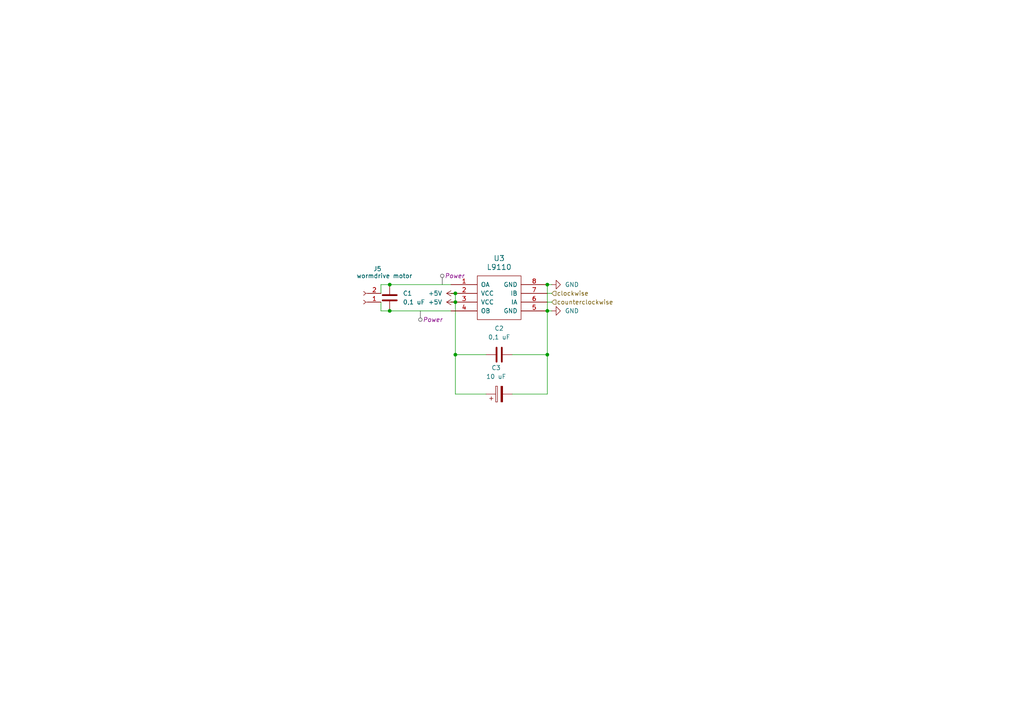
<source format=kicad_sch>
(kicad_sch (version 20231120) (generator "eeschema") (generator_version "8.0")
  (paper "A4")
  (lib_symbols
    (symbol "Connector:Conn_01x02_Socket" (pin_names (offset 1.016) hide)
      (property "Reference" "J" (at 0 2.54 0))
      (property "Value" "Conn_01x02_Socket" (at 0 -5.08 0))
      (symbol "Conn_01x02_Socket_1_1"
        (arc (start 0 -2.032) (mid -0.5058 -2.54) (end 0 -3.048) (stroke (width 0.1524)))
        (polyline (pts (xy -1.27 -2.54) (xy -0.508 -2.54)) (stroke (width 0.1524)))
        (polyline (pts (xy -1.27 0) (xy -0.508 0)) (stroke (width 0.1524)))
        (arc (start 0 0.508) (mid -0.5058 0) (end 0 -0.508) (stroke (width 0.1524)))
        (pin passive line (at -5.08 0 0) (length 3.81) (name "Pin_1") (number "1"))
        (pin passive line (at -5.08 -2.54 0) (length 3.81) (name "Pin_2") (number "2"))
      )
    )
    (symbol "Device:C" (pin_numbers hide) (pin_names (offset 0.254))
      (property "Reference" "C" (at 0.635 2.54 0))
      (property "Value" "C" (at 0.635 -2.54 0))
      (symbol "C_0_1"
        (polyline (pts (xy -2.032 -0.762) (xy 2.032 -0.762)) (stroke (width 0.508)))
        (polyline (pts (xy -2.032 0.762) (xy 2.032 0.762)) (stroke (width 0.508)))
      )
      (symbol "C_1_1"
        (pin passive line (at 0 3.81 270) (length 2.794) (name "~") (number "1"))
        (pin passive line (at 0 -3.81 90) (length 2.794) (name "~") (number "2"))
      )
    )
    (symbol "Device:C_Polarized" (pin_numbers hide) (pin_names (offset 0.254))
      (property "Reference" "C" (at 0.635 2.54 0))
      (property "Value" "C_Polarized" (at 0.635 -2.54 0))
      (symbol "C_Polarized_0_1"
        (rectangle (start -2.286 0.508) (end 2.286 1.016))
        (polyline (pts (xy -1.778 2.286) (xy -0.762 2.286)))
        (polyline (pts (xy -1.27 2.794) (xy -1.27 1.778)))
        (rectangle (start 2.286 -0.508) (end -2.286 -1.016) (fill (type outline)))
      )
      (symbol "C_Polarized_1_1"
        (pin passive line (at 0 3.81 270) (length 2.794) (name "~") (number "1"))
        (pin passive line (at 0 -3.81 90) (length 2.794) (name "~") (number "2"))
      )
    )
    (symbol "L9110:L9110" (pin_names (offset 1.016))
      (property "Reference" "U" (at 0 7.62 0))
      (property "Value" "L9110" (at 0 -7.62 0))
      (symbol "L9110_0_1"
        (rectangle (start 6.35 -6.35) (end -6.35 6.35))
      )
      (symbol "L9110_1_1"
        (pin output line (at -13.97 3.81 0) (length 7.62) (name "OA") (number "1"))
        (pin power_in line (at -13.97 1.27 0) (length 7.62) (name "VCC") (number "2"))
        (pin power_in line (at -13.97 -1.27 0) (length 7.62) (name "VCC") (number "3"))
        (pin output line (at -13.97 -3.81 0) (length 7.62) (name "OB") (number "4"))
        (pin power_in line (at 13.97 -3.81 180) (length 7.62) (name "GND") (number "5"))
        (pin input line (at 13.97 -1.27 180) (length 7.62) (name "IA") (number "6"))
        (pin input line (at 13.97 1.27 180) (length 7.62) (name "IB") (number "7"))
        (pin power_in line (at 13.97 3.81 180) (length 7.62) (name "GND") (number "8"))
      )
      (symbol "L9110_1_2"
        (pin output line (at -19.05 12.7 0) (length 7.62) (name "OA") (number "1"))
        (pin output line (at -19.05 5.08 0) (length 7.62) (name "VCC") (number "2"))
        (pin output line (at -19.05 -5.08 0) (length 7.62) (name "VCC") (number "3"))
        (pin power_out line (at -19.05 -12.7 0) (length 7.62) (name "OB") (number "4"))
        (pin power_out line (at 17.78 -12.7 180) (length 7.62) (name "GND") (number "5"))
        (pin input line (at 17.78 -5.08 180) (length 7.62) (name "IA") (number "6"))
        (pin input line (at 17.78 5.08 180) (length 7.62) (name "IB") (number "7"))
        (pin power_in line (at 17.78 12.7 180) (length 7.62) (name "GND") (number "8"))
      )
    )
    (symbol "power:+5V" (power) (pin_numbers hide) (pin_names (offset 0) hide)
      (property "Value" "+5V" (at 0 3.556 0))
      (symbol "+5V_0_1"
        (polyline (pts (xy -0.762 1.27) (xy 0 2.54)))
        (polyline (pts (xy 0 0) (xy 0 2.54)))
        (polyline (pts (xy 0 2.54) (xy 0.762 1.27)))
      )
      (symbol "+5V_1_1"
        (pin power_in line (at 0 0 90) (length 0) (name "~") (number "1"))
      )
    )
    (symbol "power:GND" (power) (pin_numbers hide) (pin_names (offset 0) hide)
      (property "Value" "GND" (at 0 -3.81 0))
      (symbol "GND_0_1"
        (polyline (pts (xy 0 0) (xy 0 -1.27) (xy 1.27 -1.27) (xy 0 -2.54) (xy -1.27 -1.27) (xy 0 -1.27)))
      )
      (symbol "GND_1_1"
        (pin power_in line (at 0 0 270) (length 0) (name "~") (number "1"))
      )
    )
  )
  (junction (at 132.08 102.87))
  (junction (at 113.03 90.17))
  (junction (at 158.75 102.87))
  (junction (at 113.03 82.55))
  (junction (at 158.75 90.17))
  (junction (at 132.08 85.09))
  (junction (at 158.75 82.55))
  (junction (at 132.08 87.63))
  (wire (pts (xy 132.08 114.3) (xy 140.97 114.3)))
  (wire (pts (xy 130.81 82.55) (xy 113.03 82.55)))
  (wire (pts (xy 148.59 102.87) (xy 158.75 102.87)))
  (wire (pts (xy 158.75 102.87) (xy 158.75 90.17)))
  (wire (pts (xy 158.75 114.3) (xy 158.75 102.87)))
  (wire (pts (xy 158.75 90.17) (xy 160.02 90.17)))
  (wire (pts (xy 132.08 102.87) (xy 132.08 114.3)))
  (wire (pts (xy 132.08 85.09) (xy 132.08 87.63)))
  (wire (pts (xy 110.49 87.63) (xy 110.49 90.17)))
  (wire (pts (xy 113.03 90.17) (xy 130.81 90.17)))
  (wire (pts (xy 158.75 87.63) (xy 160.02 87.63)))
  (wire (pts (xy 132.08 102.87) (xy 140.97 102.87)))
  (wire (pts (xy 158.75 82.55) (xy 158.75 90.17)))
  (wire (pts (xy 158.75 82.55) (xy 160.02 82.55)))
  (wire (pts (xy 130.81 87.63) (xy 132.08 87.63)))
  (wire (pts (xy 110.49 90.17) (xy 113.03 90.17)))
  (wire (pts (xy 148.59 114.3) (xy 158.75 114.3)))
  (wire (pts (xy 130.81 85.09) (xy 132.08 85.09)))
  (wire (pts (xy 132.08 87.63) (xy 132.08 102.87)))
  (wire (pts (xy 113.03 82.55) (xy 110.49 82.55)))
  (wire (pts (xy 158.75 85.09) (xy 160.02 85.09)))
  (wire (pts (xy 110.49 82.55) (xy 110.49 85.09)))
  (hierarchical_label "counterclockwise" (shape input) (at 160.02 87.63 0))
  (hierarchical_label "clockwise" (shape input) (at 160.02 85.09 0))
  (netclass_flag "" (length 2.54) (shape round) (at 128.27 82.55 0) (property "Netclass" "Power" (at 128.9685 80.01 0) (effects (font (italic yes)) (justify left))))
  (netclass_flag "" (length 2.54) (shape round) (at 121.92 90.17 180) (property "Netclass" "Power" (at 122.6185 92.71 0) (effects (font (italic yes)) (justify left))))
  (symbol (lib_id "power:GND") (at 160.02 90.17 90) (unit 1)
    (property "Reference" "#PWR018" (effects (hide yes)))
    (property "Value" "GND" (at 163.83 90.1699 90) (effects (justify right)))
    (property "Description" "Power symbol creates a global label with name \"GND\" , ground" (effects (hide yes)))
  )
  (symbol (lib_id "Device:C") (at 144.78 102.87 270) (unit 1)
    (property "Reference" "C2" (at 144.78 95.25 90))
    (property "Value" "0,1 uF" (at 144.78 97.79 90))
    (property "Footprint" "Capacitor_THT:C_Disc_D5.0mm_W2.5mm_P2.50mm" (effects (hide yes)))
    (property "Description" "Unpolarized capacitor" (effects (hide yes)))
  )
  (symbol (lib_id "Connector:Conn_01x02_Socket") (at 105.41 87.63 180) (unit 1)
    (property "Reference" "J5" (at 109.474 77.978 0))
    (property "Value" "wormdrive motor" (at 111.506 80.01 0))
    (property "Footprint" "Connector_PinSocket_2.54mm:PinSocket_1x02_P2.54mm_Vertical" (effects (hide yes)))
    (property "Description" "Generic connector, single row, 01x02, script generated" (effects (hide yes)))
  )
  (symbol (lib_id "power:+5V") (at 132.08 87.63 90) (unit 1)
    (property "Reference" "#PWR016" (effects (hide yes)))
    (property "Value" "+5V" (at 128.27 87.6299 90) (effects (justify left)))
    (property "Description" "Power symbol creates a global label with name \"+5V\"" (effects (hide yes)))
  )
  (symbol (lib_id "Device:C") (at 113.03 86.36 0) (unit 1)
    (property "Reference" "C1" (at 116.84 85.0899 0) (effects (justify left)))
    (property "Value" "0,1 uF" (at 116.84 87.6299 0) (effects (justify left)))
    (property "Footprint" "Capacitor_THT:C_Disc_D5.0mm_W2.5mm_P2.50mm" (effects (hide yes)))
    (property "Description" "Unpolarized capacitor" (effects (hide yes)))
  )
  (symbol (lib_id "power:GND") (at 160.02 82.55 90) (unit 1)
    (property "Reference" "#PWR017" (effects (hide yes)))
    (property "Value" "GND" (at 163.83 82.5499 90) (effects (justify right)))
    (property "Description" "Power symbol creates a global label with name \"GND\" , ground" (effects (hide yes)))
  )
  (symbol (lib_id "Device:C_Polarized") (at 144.78 114.3 90) (unit 1)
    (property "Reference" "C3" (at 143.891 106.68 90))
    (property "Value" "10 uF" (at 143.891 109.22 90))
    (property "Footprint" "Capacitor_THT:CP_Radial_D5.0mm_P2.50mm" (effects (hide yes)))
    (property "Description" "Polarized capacitor" (effects (hide yes)))
  )
  (symbol (lib_id "L9110:L9110") (at 144.78 86.36 0) (unit 1)
    (property "Reference" "U3" (at 144.78 74.93 0) (effects (font (size 1.524 1.524))))
    (property "Value" "L9110" (at 144.78 77.47 0) (effects (font (size 1.524 1.524))))
    (property "Footprint" "Package_DIP:CERDIP-8_W7.62mm_SideBrazed" (effects (hide yes)))
  )
  (symbol (lib_id "power:+5V") (at 132.08 85.09 90) (unit 1)
    (property "Reference" "#PWR015" (effects (hide yes)))
    (property "Value" "+5V" (at 128.27 85.0899 90) (effects (justify left)))
    (property "Description" "Power symbol creates a global label with name \"+5V\"" (effects (hide yes)))
  )
)
</source>
